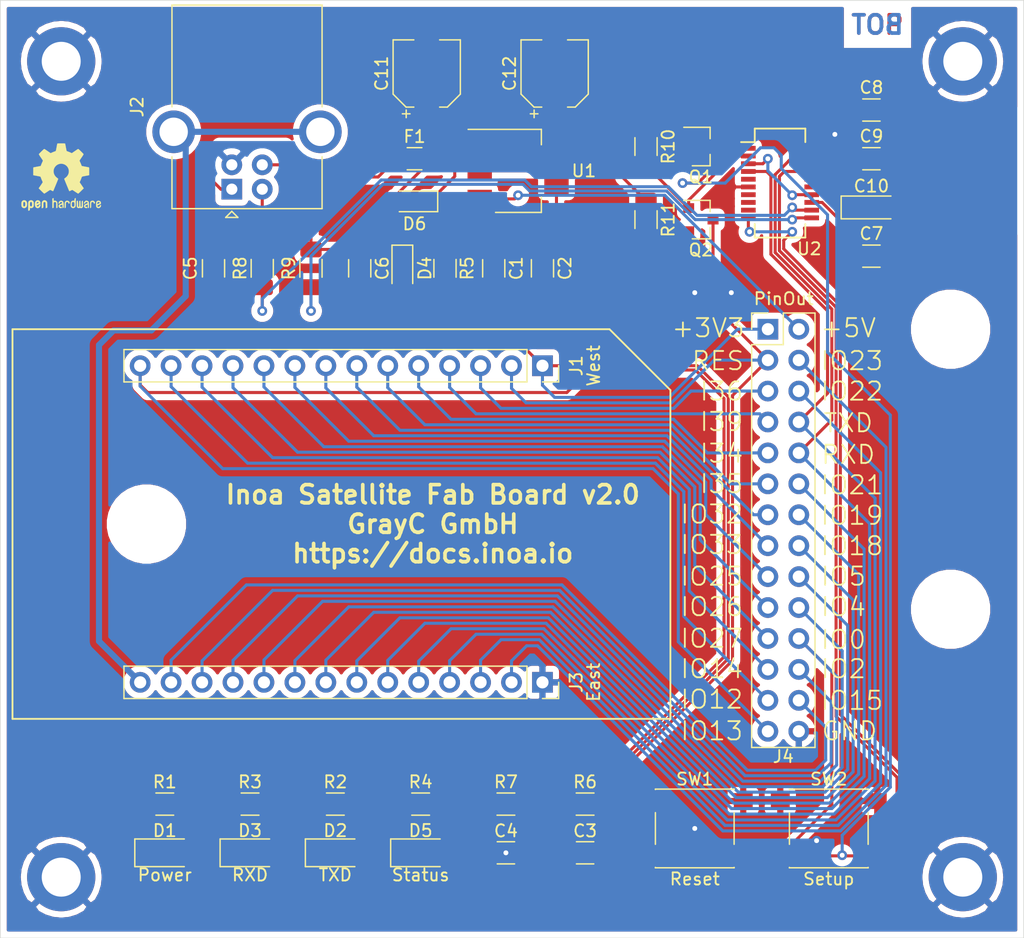
<source format=kicad_pcb>
(kicad_pcb (version 20211014) (generator pcbnew)
  (layers (0 "F.Cu" signal) (31 "B.Cu" signal) (34 "B.Paste" user) (35 "F.Paste" user) (36 "B.SilkS" user "B.Silkscreen") (37 "F.SilkS" user "F.Silkscreen") (38 "B.Mask" user) (39 "F.Mask" user) (44 "Edge.Cuts" user))
  (net 0 "")
  (net 1 "GND")
  (net 2 "+3V3")
  (net 3 "VBUS")
  (net 4 "+5V")
  (net 5 "Net-(D3-Pad2)")
  (net 6 "IO15")
  (net 7 "IO2")
  (net 8 "IO0")
  (net 9 "IO4")
  (net 10 "IO5")
  (net 11 "IO18")
  (net 12 "IO19")
  (net 13 "IO21")
  (net 14 "U0RXD")
  (net 15 "U0TXD")
  (net 16 "IO22")
  (net 17 "IO23")
  (net 18 "IO13")
  (net 19 "IO12")
  (net 20 "IO14")
  (net 21 "IO27")
  (net 22 "IO26")
  (net 23 "IO25")
  (net 24 "IO33")
  (net 25 "IO32")
  (net 26 "I35")
  (net 27 "I34")
  (net 28 "I39")
  (net 29 "I36")
  (net 30 "Chip_PU")
  (net 31 "TX_LED")
  (net 32 "RX_LED")
  (net 33 "USB_DP")
  (net 34 "FT_~{DTR}")
  (net 35 "FT_~{RTS}")
  (net 36 "USB_DM")
  (net 37 "GNDPWR")
  (net 38 "Net-(C7-Pad1)")
  (net 39 "Net-(D1-Pad2)")
  (net 40 "Net-(D2-Pad2)")
  (net 41 "Net-(D4-Pad1)")
  (net 42 "Net-(D5-Pad2)")
  (net 43 "Net-(Q1-Pad2)")
  (net 44 "Net-(Q2-Pad2)")
  (net 45 "Net-(R8-Pad1)")
  (net 46 "Net-(R9-Pad1)")
  (net 47 "Net-(U2-Pad19)")
  (net 48 "Net-(U2-Pad18)")
  (net 49 "Net-(U2-Pad9)")
  (net 50 "Net-(U2-Pad8)")
  (net 51 "Net-(U2-Pad7)")
  (net 52 "Net-(U2-Pad5)")
  (footprint "Package_SO:SSOP-20_3.9x8.7mm_P0.635mm" (layer "F.Cu") (at 114 65)
    (fp_text reference "U2")
    (fp_text value "FT231XS")
  )
  (footprint "Package_TO_SOT_SMD:SOT-223-3_TabPin2" (layer "F.Cu") (at 92.5 64)
    (fp_text reference "U1")
    (fp_text value "LD1117S33")
  )
  (footprint "MountingHole:MountingHole_3.2mm_M3_DIN965_Pad" (layer "F.Cu") (at 55 122)
    (fp_text reference "H3" hide)
    (fp_text value "MountingHole_Pad" hide)
  )
  (footprint "MountingHole:MountingHole_3.2mm_M3_DIN965_Pad" (layer "F.Cu") (at 129 55)
    (fp_text reference "H5" hide)
    (fp_text value "MountingHole_Pad" hide)
  )
  (footprint "MountingHole:MountingHole_3.2mm_M3_DIN965_Pad" (layer "F.Cu") (at 129 122)
    (fp_text reference "H7" hide)
    (fp_text value "MountingHole_Pad" hide)
  )
  (footprint "MountingHole:MountingHole_3.2mm_M3_DIN965_Pad" (layer "F.Cu") (at 55 55)
    (fp_text reference "H2" hide)
    (fp_text value "MountingHole_Pad" hide)
  )
  (footprint "LED_SMD:LED_1206_3216Metric_Pad1.42x1.75mm_HandSolder" (layer "F.Cu") (at 63.5 120)
    (fp_text reference "D1")
    (fp_text value "Power")
  )
  (footprint "Resistor_SMD:R_1206_3216Metric_Pad1.30x1.75mm_HandSolder" (layer "F.Cu") (at 63.5 116)
    (fp_text reference "R1")
    (fp_text value "220R")
  )
  (footprint "Button_Switch_SMD:SW_SPST_PTS645" (layer "F.Cu") (at 107 118)
    (fp_text reference "SW1")
    (fp_text value "Reset")
  )
  (footprint "Button_Switch_SMD:SW_SPST_PTS645" (layer "F.Cu") (at 118 118)
    (fp_text reference "SW2")
    (fp_text value "Setup")
  )
  (footprint "Connector_PinSocket_2.54mm:PinSocket_1x14_P2.54mm_Vertical" (layer "F.Cu") (at 94.5 106 -90)
    (fp_text reference "J3")
    (fp_text value "East")
  )
  (footprint "LED_SMD:LED_1206_3216Metric_Pad1.42x1.75mm_HandSolder" (layer "F.Cu") (at 70.5 120)
    (fp_text reference "D3")
    (fp_text value "RXD")
  )
  (footprint "LED_SMD:LED_1206_3216Metric_Pad1.42x1.75mm_HandSolder" (layer "F.Cu") (at 77.5 120)
    (fp_text reference "D2")
    (fp_text value "TXD")
  )
  (footprint "LED_SMD:LED_1206_3216Metric_Pad1.42x1.75mm_HandSolder" (layer "F.Cu") (at 84.5 120)
    (fp_text reference "D5")
    (fp_text value "Status")
  )
  (footprint "Resistor_SMD:R_1206_3216Metric_Pad1.30x1.75mm_HandSolder" (layer "F.Cu") (at 77.5 116)
    (fp_text reference "R2")
    (fp_text value "220R")
  )
  (footprint "Resistor_SMD:R_1206_3216Metric_Pad1.30x1.75mm_HandSolder" (layer "F.Cu") (at 70.5 116)
    (fp_text reference "R3")
    (fp_text value "220R")
  )
  (footprint "Resistor_SMD:R_1206_3216Metric_Pad1.30x1.75mm_HandSolder" (layer "F.Cu") (at 84.5 116)
    (fp_text reference "R4")
    (fp_text value "220R")
  )
  (footprint "Connector_PinSocket_2.54mm:PinSocket_1x14_P2.54mm_Vertical" (layer "F.Cu") (at 94.5 80 -90)
    (fp_text reference "J1")
    (fp_text value "West")
  )
  (footprint "Package_TO_SOT_SMD:SOT-23" (layer "F.Cu") (at 107.5 62)
    (fp_text reference "Q1")
    (fp_text value "S8050")
  )
  (footprint "Package_TO_SOT_SMD:SOT-23" (layer "F.Cu") (at 107.5 68)
    (fp_text reference "Q2")
    (fp_text value "S8050")
  )
  (footprint "Diode_SMD:D_SOD-323_HandSoldering" (layer "F.Cu") (at 84 66.5 180)
    (fp_text reference "D6")
    (fp_text value "1N5819")
  )
  (footprint "Connector_PinHeader_2.54mm:PinHeader_2x14_P2.54mm_Vertical" (layer "F.Cu") (at 113 77)
    (fp_text reference "J4")
    (fp_text value "PinOut")
  )
  (footprint "Capacitor_SMD:C_1206_3216Metric_Pad1.33x1.80mm_HandSolder" (layer "F.Cu") (at 90.5 72 -90)
    (fp_text reference "C1")
    (fp_text value "100nF")
  )
  (footprint "Capacitor_SMD:C_1206_3216Metric_Pad1.33x1.80mm_HandSolder" (layer "F.Cu") (at 94.5 72 -90)
    (fp_text reference "C2")
    (fp_text value "10uF")
  )
  (footprint "Fuse:Fuse_1206_3216Metric_Pad1.42x1.75mm_HandSolder" (layer "F.Cu") (at 84 63)
    (fp_text reference "F1")
    (fp_text value "6V/800mA")
  )
  (footprint "Resistor_SMD:R_1206_3216Metric_Pad1.30x1.75mm_HandSolder" (layer "F.Cu") (at 86.5 72 -90)
    (fp_text reference "R5")
    (fp_text value "10k")
  )
  (footprint "Diode_SMD:D_SOD-323_HandSoldering" (layer "F.Cu") (at 83 72 -90)
    (fp_text reference "D4")
    (fp_text value "BZT52C6V2")
  )
  (footprint "Capacitor_SMD:C_1206_3216Metric_Pad1.33x1.80mm_HandSolder" (layer "F.Cu") (at 67.5 72 -90)
    (fp_text reference "C5")
    (fp_text value "47pF")
  )
  (footprint "Capacitor_SMD:C_1206_3216Metric_Pad1.33x1.80mm_HandSolder" (layer "F.Cu") (at 98 120 180)
    (fp_text reference "C3")
    (fp_text value "1nF")
  )
  (footprint "Capacitor_SMD:C_1206_3216Metric_Pad1.33x1.80mm_HandSolder" (layer "F.Cu") (at 91.5 120 180)
    (fp_text reference "C4")
    (fp_text value "1nF")
  )
  (footprint "Capacitor_SMD:C_1206_3216Metric_Pad1.33x1.80mm_HandSolder" (layer "F.Cu") (at 121.5 59)
    (fp_text reference "C8")
    (fp_text value "100nF")
  )
  (footprint "Capacitor_SMD:C_1206_3216Metric_Pad1.33x1.80mm_HandSolder" (layer "F.Cu") (at 121.5 63)
    (fp_text reference "C9")
    (fp_text value "100nF")
  )
  (footprint "Resistor_SMD:R_1206_3216Metric_Pad1.30x1.75mm_HandSolder" (layer "F.Cu") (at 71.5 72 90)
    (fp_text reference "R8")
    (fp_text value "27R")
  )
  (footprint "Resistor_SMD:R_1206_3216Metric_Pad1.30x1.75mm_HandSolder" (layer "F.Cu") (at 75.5 72 90)
    (fp_text reference "R9")
    (fp_text value "27R")
  )
  (footprint "Resistor_SMD:R_1206_3216Metric_Pad1.30x1.75mm_HandSolder" (layer "F.Cu") (at 98 116)
    (fp_text reference "R6")
    (fp_text value "10k")
  )
  (footprint "Resistor_SMD:R_1206_3216Metric_Pad1.30x1.75mm_HandSolder" (layer "F.Cu") (at 91.5 116)
    (fp_text reference "R7")
    (fp_text value "10k")
  )
  (footprint "Resistor_SMD:R_1206_3216Metric_Pad1.30x1.75mm_HandSolder" (layer "F.Cu") (at 103 62 -90)
    (fp_text reference "R10")
    (fp_text value "10k")
  )
  (footprint "Resistor_SMD:R_1206_3216Metric_Pad1.30x1.75mm_HandSolder" (layer "F.Cu") (at 103 68 -90)
    (fp_text reference "R11")
    (fp_text value "10k")
  )
  (footprint "MountingHole:MountingHole_5.5mm" (layer "F.Cu") (at 62 93)
    (fp_text reference "H1" hide)
    (fp_text value "WiFi Cable" hide)
  )
  (footprint "MountingHole:MountingHole_5.5mm" (layer "F.Cu") (at 128 77)
    (fp_text reference "H6" hide)
    (fp_text value "Antenna" hide)
  )
  (footprint "Capacitor_SMD:C_1206_3216Metric_Pad1.33x1.80mm_HandSolder" (layer "F.Cu") (at 79.5 72 -90)
    (fp_text reference "C6")
    (fp_text value "47pF")
  )
  (footprint "Capacitor_SMD:C_1206_3216Metric_Pad1.33x1.80mm_HandSolder" (layer "F.Cu") (at 121.5 71)
    (fp_text reference "C7")
    (fp_text value "100nF")
  )
  (footprint "Connector_USB:USB_B_OST_USB-B1HSxx_Horizontal" (layer "F.Cu") (at 69 65.5 90)
    (fp_text reference "J2")
    (fp_text value "USB_B")
  )
  (footprint "MountingHole:MountingHole_5.5mm" (layer "F.Cu") (at 128 100)
    (fp_text reference "H4" hide)
    (fp_text value "Antenna" hide)
  )
  (footprint "Symbol:OSHW-Logo2_7.3x6mm_SilkScreen" (layer "F.Cu") (at 55 64.5)
    (fp_text reference "LOGO1" hide)
    (fp_text value "Logo_Open_Hardware_Small" hide)
  )
  (footprint "images:grayc-logo-negative" (layer "F.Cu") (at 55 71)
    (fp_text reference "LOGO2" hide)
    (fp_text value "LOGO" hide)
  )
  (footprint "Capacitor_Tantalum_SMD:CP_EIA-3216-18_Kemet-A_Pad1.58x1.35mm_HandSolder" (layer "F.Cu") (at 121.5 67)
    (fp_text reference "C10")
    (fp_text value "4u7")
  )
  (footprint "Capacitor_SMD:CP_Elec_5x5.3" (layer "F.Cu") (at 95.5 56 90)
    (fp_text reference "C12")
    (fp_text value "47uF")
  )
  (footprint "Capacitor_SMD:CP_Elec_5x5.3" (layer "F.Cu") (at 85 56 90)
    (fp_text reference "C11")
    (fp_text value "100uF")
  )
  (gr_line (start 51 109) (end 51 77) (layer "F.SilkS") (width 0.15))
  (gr_line (start 100 77) (end 105 82) (layer "F.SilkS") (width 0.15))
  (gr_line (start 105 109) (end 51 109) (layer "F.SilkS") (width 0.15))
  (gr_line (start 105 82) (end 105 109) (layer "F.SilkS") (width 0.15))
  (gr_line (start 51 77) (end 100 77) (layer "F.SilkS") (width 0.15))
  (gr_line (start 50 127) (end 50 50) (layer "Edge.Cuts") (width 0.05))
  (gr_line (start 134 50) (end 134 127) (layer "Edge.Cuts") (width 0.05))
  (gr_line (start 50 50) (end 134 50) (layer "Edge.Cuts") (width 0.05))
  (gr_line (start 134 127) (end 50 127) (layer "Edge.Cuts") (width 0.05))
  (gr_text "TOP" (at 122 52) (layer "F.Cu") (effects (font (size 1.5 1.5) (thickness 0.3))))
  (gr_text "SR-FB-020" (at 132 64 90) (layer "F.Cu") (effects (font (size 1 1))))
  (gr_text "BOT" (at 122 52) (layer "B.Cu") (effects (font (size 1.5 1.5) (thickness 0.3)) (justify mirror)))
  (gr_text "TXD" (at 119.6 84.7) (layer "F.SilkS") (effects (font (size 1.5 1.5))))
  (gr_text "RXD" (at 119.6 87.3) (layer "F.SilkS") (effects (font (size 1.5 1.5))))
  (gr_text "IO21" (at 119.9 89.8) (layer "F.SilkS") (effects (font (size 1.5 1.5))))
  (gr_text "IO19" (at 119.9 92.3) (layer "F.SilkS") (effects (font (size 1.5 1.5))))
  (gr_text "IO18" (at 119.9 94.8) (layer "F.SilkS") (effects (font (size 1.5 1.5))))
  (gr_text "IO5" (at 119.2 97.3) (layer "F.SilkS") (effects (font (size 1.5 1.5))))
  (gr_text "IO4" (at 119.2 99.8) (layer "F.SilkS") (effects (font (size 1.5 1.5))))
  (gr_text "IO0" (at 119.2 102.5) (layer "F.SilkS") (effects (font (size 1.5 1.5))))
  (gr_text "IO2" (at 119.2 104.9) (layer "F.SilkS") (effects (font (size 1.5 1.5))))
  (gr_text "IO15" (at 119.9 107.5) (layer "F.SilkS") (effects (font (size 1.5 1.5))))
  (gr_text "GND" (at 119.7 110) (layer "F.SilkS") (effects (font (size 1.5 1.5))))
  (gr_text "+3V3" (at 108.1 76.9) (layer "F.SilkS") (effects (font (size 1.5 1.5))))
  (gr_text "RES" (at 108.9 79.6) (layer "F.SilkS") (effects (font (size 1.5 1.5))))
  (gr_text "I36" (at 109.2 82.1) (layer "F.SilkS") (effects (font (size 1.5 1.5))))
  (gr_text "I39" (at 109.2 84.6) (layer "F.SilkS") (effects (font (size 1.5 1.5))))
  (gr_text "I34" (at 109.2 87.2) (layer "F.SilkS") (effects (font (size 1.5 1.5))))
  (gr_text "I35" (at 109.2 89.7) (layer "F.SilkS") (effects (font (size 1.5 1.5))))
  (gr_text "IO32" (at 108.4 92.2) (layer "F.SilkS") (effects (font (size 1.5 1.5))))
  (gr_text "IO33" (at 108.4 94.7) (layer "F.SilkS") (effects (font (size 1.5 1.5))))
  (gr_text "IO25" (at 108.4 97.3) (layer "F.SilkS") (effects (font (size 1.5 1.5))))
  (gr_text "IO26" (at 108.4 99.8) (layer "F.SilkS") (effects (font (size 1.5 1.5))))
  (gr_text "IO27" (at 108.4 102.4) (layer "F.SilkS") (effects (font (size 1.5 1.5))))
  (gr_text "IO14" (at 108.4 104.9) (layer "F.SilkS") (effects (font (size 1.5 1.5))))
  (gr_text "IO12" (at 108.4 107.4) (layer "F.SilkS") (effects (font (size 1.5 1.5))))
  (gr_text "IO13" (at 108.4 110) (layer "F.SilkS") (effects (font (size 1.5 1.5))))
  (gr_text "+5V" (at 119.6 76.9) (layer "F.SilkS") (effects (font (size 1.5 1.5))))
  (gr_text "IO23" (at 119.9 79.6) (layer "F.SilkS") (effects (font (size 1.5 1.5))))
  (gr_text "Inoa Satellite Fab Board v2.0\nGrayC GmbH\nhttps://docs.inoa.io" (at 85.5 93) (layer "F.SilkS") (effects (font (size 1.5 1.5) (thickness 0.3))))
  (gr_text "IO22" (at 119.9 82.1) (layer "F.SilkS") (effects (font (size 1.5 1.5))))
  (segment (start 118.5 64.165) (end 117.9825 64.6825) (width 0.25) (layer "F.Cu") (net 1))
  (segment (start 111.4 65.3175) (end 110.1175 65.3175) (width 0.25) (layer "F.Cu") (net 1))
  (segment (start 116.6 64.6825) (end 117.9825 64.6825) (width 0.25) (layer "F.Cu") (net 1))
  (segment (start 118.5 61) (end 118.5 64.165) (width 0.25) (layer "F.Cu") (net 1))
  (via (at 118.5 61) (size 0.8) (drill 0.4) (layers "F.Cu" "B.Cu") (net 1))
  (via (at 107 118) (size 0.8) (drill 0.4) (layers "F.Cu" "B.Cu") (net 1))
  (via (at 117 119) (size 0.8) (drill 0.4) (layers "F.Cu" "B.Cu") (net 1))
  (via (at 107 74) (size 0.8) (drill 0.4) (layers "F.Cu" "B.Cu") (net 1))
  (via (at 110 74) (size 0.8) (drill 0.4) (layers "F.Cu" "B.Cu") (net 1))
  (via (at 91.5 120) (size 0.8) (drill 0.4) (layers "F.Cu" "B.Cu") (net 1))
  (segment (start 95.1 113) (end 100.805012 113) (width 0.25) (layer "F.Cu") (net 2))
  (segment (start 80.2 121.4) (end 80.2 113.8) (width 0.25) (layer "F.Cu") (net 2))
  (segment (start 119.2825 65.3175) (end 119.9375 64.6625) (width 0.25) (layer "F.Cu") (net 2))
  (segment (start 109.74999 82.54999) (end 107.2 80) (width 0.25) (layer "F.Cu") (net 2))
  (segment (start 120.0625 67) (end 120.0625 66.0975) (width 0.25) (layer "F.Cu") (net 2))
  (segment (start 80.2 113.8) (end 79.4 113) (width 0.25) (layer "F.Cu") (net 2))
  (segment (start 89.95 116) (end 89.95 114.35) (width 0.25) (layer "F.Cu") (net 2))
  (segment (start 94.5 70.4375) (end 94.3625 70.4375) (width 0.25) (layer "F.Cu") (net 2))
  (segment (start 89.35 64) (end 95.65 64) (width 0.25) (layer "F.Cu") (net 2))
  (segment (start 92.5 78) (end 94.5 80) (width 0.25) (layer "F.Cu") (net 2))
  (segment (start 95.1 113) (end 96.45 114.35) (width 0.25) (layer "F.Cu") (net 2))
  (segment (start 101.455022 58.74999) (end 119.68749 58.74999) (width 0.25) (layer "F.Cu") (net 2))
  (segment (start 88.1 122.3) (end 87.2 123.2) (width 0.25) (layer "F.Cu") (net 2))
  (segment (start 95.65 64) (end 99.9 64) (width 0.25) (layer "F.Cu") (net 2))
  (segment (start 87.2 123.2) (end 82 123.2) (width 0.25) (layer "F.Cu") (net 2))
  (segment (start 100.805012 113) (end 109.74999 104.055022) (width 0.25) (layer "F.Cu") (net 2))
  (segment (start 100.74999 59.455022) (end 101.455022 58.74999) (width 0.25) (layer "F.Cu") (net 2))
  (segment (start 107.2 80) (end 94.5 80) (width 0.25) (layer "F.Cu") (net 2))
  (segment (start 70.1 113) (end 70.4 113) (width 0.25) (layer "F.Cu") (net 2))
  (segment (start 63.1 113) (end 70.1 113) (width 0.25) (layer "F.Cu") (net 2))
  (segment (start 91.3 113) (end 95.1 113) (width 0.25) (layer "F.Cu") (net 2))
  (segment (start 109.74999 104.055022) (end 109.74999 82.54999) (width 0.25) (layer "F.Cu") (net 2))
  (segment (start 96.45 114.35) (end 96.45 116) (width 0.25) (layer "F.Cu") (net 2))
  (segment (start 61.95 114.15) (end 63.1 113) (width 0.25) (layer "F.Cu") (net 2))
  (segment (start 75.95 116) (end 75.95 114.45) (width 0.25) (layer "F.Cu") (net 2))
  (segment (start 100.74999 63.15001) (end 100.74999 59.455022) (width 0.25) (layer "F.Cu") (net 2))
  (segment (start 82 123.2) (end 80.2 121.4) (width 0.25) (layer "F.Cu") (net 2))
  (segment (start 95.5 58.2) (end 95.5 63.85) (width 0.25) (layer "F.Cu") (net 2))
  (segment (start 95.65 64) (end 95.65 69.2875) (width 0.25) (layer "F.Cu") (net 2))
  (segment (start 95.5 63.85) (end 95.65 64) (width 0.25) (layer "F.Cu") (net 2))
  (segment (start 68.95 114.45) (end 70.4 113) (width 0.25) (layer "F.Cu") (net 2))
  (segment (start 75.95 114.45) (end 77.4 113) (width 0.25) (layer "F.Cu") (net 2))
  (segment (start 119.68749 58.74999) (end 119.9375 59) (width 0.25) (layer "F.Cu") (net 2))
  (segment (start 95.65 69.2875) (end 94.5 70.4375) (width 0.25) (layer "F.Cu") (net 2))
  (segment (start 61.95 116) (end 61.95 114.15) (width 0.25) (layer "F.Cu") (net 2))
  (segment (start 89.95 114.35) (end 91.3 113) (width 0.25) (layer "F.Cu") (net 2))
  (segment (start 99.9 64) (end 100.74999 63.15001) (width 0.25) (layer "F.Cu") (net 2))
  (segment (start 119.525 66.5875) (end 119.9375 67) (width 0.25) (layer "F.Cu") (net 2))
  (segment (start 116.6 65.3175) (end 119.2825 65.3175) (width 0.25) (layer "F.Cu") (net 2))
  (segment (start 77.4 113) (end 70.1 113) (width 0.25) (layer "F.Cu") (net 2))
  (segment (start 92.5 72.3) (end 92.5 78) (width 0.25) (layer "F.Cu") (net 2))
  (segment (start 68.95 116) (end 68.95 114.45) (width 0.25) (layer "F.Cu") (net 2))
  (segment (start 120.0625 66.0975) (end 119.2825 65.3175) (width 0.25) (layer "F.Cu") (net 2))
  (segment (start 88.1 117) (end 88.1 122.3) (width 0.25) (layer "F.Cu") (net 2))
  (segment (start 89.1 116) (end 88.1 117) (width 0.25) (layer "F.Cu") (net 2))
  (segment (start 79.4 113) (end 77.4 113) (width 0.25) (layer "F.Cu") (net 2))
  (segment (start 119.9375 64.6625) (end 119.9375 63) (width 0.25) (layer "F.Cu") (net 2))
  (segment (start 89.95 116) (end 89.1 116) (width 0.25) (layer "F.Cu") (net 2))
  (segment (start 94.3625 70.4375) (end 92.5 72.3) (width 0.25) (layer "F.Cu") (net 2))
  (segment (start 119.9375 59) (end 119.9375 63) (width 0.25) (layer "F.Cu") (net 2))
  (segment (start 110.5 77) (end 113 77) (width 0.25) (layer "B.Cu") (net 2))
  (segment (start 95.5 82.6) (end 104.9 82.6) (width 0.25) (layer "B.Cu") (net 2))
  (segment (start 104.9 82.6) (end 110.5 77) (width 0.25) (layer "B.Cu") (net 2))
  (segment (start 94.5 81.6) (end 95.5 82.6) (width 0.25) (layer "B.Cu") (net 2))
  (segment (start 94.5 80) (end 94.5 81.6) (width 0.25) (layer "B.Cu") (net 2))
  (segment (start 76 64.5) (end 81.0125 64.5) (width 0.25) (layer "F.Cu") (net 3))
  (segment (start 81.0125 64.5) (end 82.5125 63) (width 0.25) (layer "F.Cu") (net 3))
  (segment (start 73.4 61.9) (end 76 64.5) (width 0.25) (layer "F.Cu") (net 3))
  (segment (start 68 61.9) (end 73.4 61.9) (width 0.25) (layer "F.Cu") (net 3))
  (segment (start 67.2 62.7) (end 68 61.9) (width 0.25) (layer "F.Cu") (net 3))
  (segment (start 67.2 64.6) (end 67.2 62.7) (width 0.25) (layer "F.Cu") (net 3))
  (segment (start 68.1 65.5) (end 67.2 64.6) (width 0.25) (layer "F.Cu") (net 3))
  (segment (start 69 65.5) (end 68.1 65.5) (width 0.25) (layer "F.Cu") (net 3))
  (segment (start 87.3 60.5) (end 85 58.2) (width 0.25) (layer "F.Cu") (net 4))
  (segment (start 89.35 69.2875) (end 90.5 70.4375) (width 0.25) (layer "F.Cu") (net 4))
  (segment (start 85.25 66.5) (end 87.3 64.45) (width 0.25) (layer "F.Cu") (net 4))
  (segment (start 89.35 66.3) (end 92.2 66.3) (width 0.25) (layer "F.Cu") (net 4))
  (segment (start 89.15 66.5) (end 89.35 66.3) (width 0.25) (layer "F.Cu") (net 4))
  (segment (start 87.3 64.45) (end 87.3 60.5) (width 0.25) (layer "F.Cu") (net 4))
  (segment (start 85.25 66.5) (end 89.15 66.5) (width 0.25) (layer "F.Cu") (net 4))
  (segment (start 89.35 66.3) (end 89.35 69.2875) (width 0.25) (layer "F.Cu") (net 4))
  (segment (start 92.2 66.3) (end 92.5 66) (width 0.25) (layer "F.Cu") (net 4))
  (via (at 92.5 66) (size 0.8) (drill 0.4) (layers "F.Cu" "B.Cu") (net 4))
  (segment (start 104.54 66) (end 115.54 77) (width 0.25) (layer "B.Cu") (net 4))
  (segment (start 92.5 66) (end 104.54 66) (width 0.25) (layer "B.Cu") (net 4))
  (segment (start 72.05 119.9375) (end 71.9875 120) (width 0.25) (layer "F.Cu") (net 5))
  (segment (start 72.05 116) (end 72.05 119.9375) (width 0.25) (layer "F.Cu") (net 5))
  (segment (start 117.750009 112.386401) (end 117.75001 109.69001) (width 0.25) (layer "B.Cu") (net 6))
  (segment (start 116.918205 113.218205) (end 117.750009 112.386401) (width 0.25) (layer "B.Cu") (net 6))
  (segment (start 64.02 106) (end 64.02 104.18) (width 0.25) (layer "B.Cu") (net 6))
  (segment (start 111.318205 113.218205) (end 116.918205 113.218205) (width 0.25) (layer "B.Cu") (net 6))
  (segment (start 70.2 98) (end 96.1 98) (width 0.25) (layer "B.Cu") (net 6))
  (segment (start 117.75001 109.69001) (end 115.54 107.48) (width 0.25) (layer "B.Cu") (net 6))
  (segment (start 64.02 104.18) (end 70.2 98) (width 0.25) (layer "B.Cu") (net 6))
  (segment (start 96.1 98) (end 111.318205 113.218205) (width 0.25) (layer "B.Cu") (net 6))
  (segment (start 117.104605 113.668215) (end 117.77282 113) (width 0.25) (layer "B.Cu") (net 7))
  (segment (start 117.77282 113) (end 117.8 113) (width 0.25) (layer "B.Cu") (net 7))
  (segment (start 95.9136 98.45001) (end 111.131804 113.668214) (width 0.25) (layer "B.Cu") (net 7))
  (segment (start 118.200018 107.600018) (end 115.54 104.94) (width 0.25) (layer "B.Cu") (net 7))
  (segment (start 72.34999 98.45001) (end 95.9136 98.45001) (width 0.25) (layer "B.Cu") (net 7))
  (segment (start 118.200018 112.599982) (end 118.200018 107.600018) (width 0.25) (layer "B.Cu") (net 7))
  (segment (start 66.56 106) (end 66.56 104.24) (width 0.25) (layer "B.Cu") (net 7))
  (segment (start 66.56 104.24) (end 72.34999 98.45001) (width 0.25) (layer "B.Cu") (net 7))
  (segment (start 117.8 113) (end 118.200018 112.599982) (width 0.25) (layer "B.Cu") (net 7))
  (segment (start 111.131804 113.668214) (end 117.104605 113.668215) (width 0.25) (layer "B.Cu") (net 7))
  (segment (start 108.5 63.76359) (end 107.56359 64.7) (width 0.25) (layer "F.Cu") (net 8))
  (segment (start 111.07 123.2) (end 114.02 120.25) (width 0.25) (layer "F.Cu") (net 8))
  (segment (start 93.0625 116.0125) (end 93.05 116) (width 0.25) (layer "F.Cu") (net 8))
  (segment (start 118.25001 116.01999) (end 114.02 120.25) (width 0.25) (layer "F.Cu") (net 8))
  (segment (start 93.0625 120) (end 93.0625 120.8625) (width 0.25) (layer "F.Cu") (net 8))
  (segment (start 114.02 120.25) (end 121.98 120.25) (width 0.25) (layer "F.Cu") (net 8))
  (segment (start 115.54 102.4) (end 118.25001 105.11001) (width 0.25) (layer "F.Cu") (net 8))
  (segment (start 107.26359 65) (end 107.56359 64.7) (width 0.25) (layer "F.Cu") (net 8))
  (segment (start 106 65) (end 107.26359 65) (width 0.25) (layer "F.Cu") (net 8))
  (segment (start 93.0625 120.8625) (end 95.4 123.2) (width 0.25) (layer "F.Cu") (net 8))
  (segment (start 95.4 123.2) (end 111.07 123.2) (width 0.25) (layer "F.Cu") (net 8))
  (segment (start 108.5 62) (end 108.5 63.76359) (width 0.25) (layer "F.Cu") (net 8))
  (segment (start 93.0625 120) (end 93.0625 116.0125) (width 0.25) (layer "F.Cu") (net 8))
  (segment (start 118.25001 105.11001) (end 118.25001 116.01999) (width 0.25) (layer "F.Cu") (net 8))
  (via (at 119.1 120.2) (size 0.8) (drill 0.4) (layers "F.Cu" "B.Cu") (net 8))
  (via (at 106 65) (size 0.8) (drill 0.4) (layers "F.Cu" "B.Cu") (net 8))
  (segment (start 119.1 120.2) (end 119.1 120.2) (width 0.25) (layer "B.Cu") (net 8))
  (segment (start 112.4 62.1) (end 113.5 62.1) (width 0.25) (layer "B.Cu") (net 8))
  (segment (start 123.050124 84.050124) (end 123.050124 114.608963) (width 0.25) (layer "B.Cu") (net 8))
  (segment (start 95.7272 98.90002) (end 110.945403 114.118223) (width 0.25) (layer "B.Cu") (net 8))
  (segment (start 114.1 63.8) (end 117.9 67.6) (width 0.25) (layer "B.Cu") (net 8))
  (segment (start 113.5 62.1) (end 114.1 62.7) (width 0.25) (layer "B.Cu") (net 8))
  (segment (start 69.1 106) (end 69.1 104.2) (width 0.25) (layer "B.Cu") (net 8))
  (segment (start 118.650027 112.786383) (end 118.650027 105.510027) (width 0.25) (layer "B.Cu") (net 8))
  (segment (start 106 65) (end 109.5 65) (width 0.25) (layer "B.Cu") (net 8))
  (segment (start 110.945403 114.118223) (end 117.318186 114.118224) (width 0.25) (layer "B.Cu") (net 8))
  (segment (start 74.39998 98.90002) (end 95.7272 98.90002) (width 0.25) (layer "B.Cu") (net 8))
  (segment (start 119.1 118.559087) (end 119.1 120.2) (width 0.25) (layer "B.Cu") (net 8))
  (segment (start 117.9 67.6) (end 117.9 78.9) (width 0.25) (layer "B.Cu") (net 8))
  (segment (start 114.1 62.7) (end 114.1 63.8) (width 0.25) (layer "B.Cu") (net 8))
  (segment (start 118.650027 105.510027) (end 115.54 102.4) (width 0.25) (layer "B.Cu") (net 8))
  (segment (start 109.5 65) (end 112.4 62.1) (width 0.25) (layer "B.Cu") (net 8))
  (segment (start 123.050124 114.608963) (end 123.050122 114.608965) (width 0.25) (layer "B.Cu") (net 8))
  (segment (start 117.318186 114.118224) (end 118.650027 112.786383) (width 0.25) (layer "B.Cu") (net 8))
  (segment (start 69.1 104.2) (end 74.39998 98.90002) (width 0.25) (layer "B.Cu") (net 8))
  (segment (start 123.050122 114.608965) (end 119.1 118.559087) (width 0.25) (layer "B.Cu") (net 8))
  (segment (start 117.9 78.9) (end 123.050124 84.050124) (width 0.25) (layer "B.Cu") (net 8))
  (segment (start 110.759002 114.568232) (end 117.504585 114.568233) (width 0.25) (layer "B.Cu") (net 9))
  (segment (start 119.100036 103.420036) (end 115.54 99.86) (width 0.25) (layer "B.Cu") (net 9))
  (segment (start 95.5408 99.35003) (end 110.759002 114.568232) (width 0.25) (layer "B.Cu") (net 9))
  (segment (start 119.100036 112.972784) (end 119.100036 103.420036) (width 0.25) (layer "B.Cu") (net 9))
  (segment (start 71.64 106) (end 71.64 104.16) (width 0.25) (layer "B.Cu") (net 9))
  (segment (start 76.44997 99.35003) (end 95.5408 99.35003) (width 0.25) (layer "B.Cu") (net 9))
  (segment (start 117.504585 114.568233) (end 119.100036 112.972784) (width 0.25) (layer "B.Cu") (net 9))
  (segment (start 71.64 104.16) (end 76.44997 99.35003) (width 0.25) (layer "B.Cu") (net 9))
  (segment (start 110.572603 115.018241) (end 117.690985 115.018242) (width 0.25) (layer "B.Cu") (net 10))
  (segment (start 74.18 106) (end 74.18 104.22) (width 0.25) (layer "B.Cu") (net 10))
  (segment (start 74.18 104.22) (end 78.59996 99.80004) (width 0.25) (layer "B.Cu") (net 10))
  (segment (start 117.690985 115.018242) (end 119.550046 113.159184) (width 0.25) (layer "B.Cu") (net 10))
  (segment (start 119.550046 113.159184) (end 119.550046 101.330046) (width 0.25) (layer "B.Cu") (net 10))
  (segment (start 119.550046 101.330046) (end 115.54 97.32) (width 0.25) (layer "B.Cu") (net 10))
  (segment (start 95.3544 99.80004) (end 110.572603 115.018241) (width 0.25) (layer "B.Cu") (net 10))
  (segment (start 78.59996 99.80004) (end 95.3544 99.80004) (width 0.25) (layer "B.Cu") (net 10))
  (segment (start 76.72 106) (end 76.72 104.18) (width 0.25) (layer "B.Cu") (net 11))
  (segment (start 95.168001 100.25005) (end 110.386204 115.46825) (width 0.25) (layer "B.Cu") (net 11))
  (segment (start 120.000056 113.345584) (end 120.000056 99.240056) (width 0.25) (layer "B.Cu") (net 11))
  (segment (start 120.000056 99.240056) (end 115.54 94.78) (width 0.25) (layer "B.Cu") (net 11))
  (segment (start 110.386204 115.46825) (end 117.877385 115.468251) (width 0.25) (layer "B.Cu") (net 11))
  (segment (start 76.72 104.18) (end 80.64995 100.25005) (width 0.25) (layer "B.Cu") (net 11))
  (segment (start 117.877385 115.468251) (end 120.000056 113.345584) (width 0.25) (layer "B.Cu") (net 11))
  (segment (start 80.64995 100.25005) (end 95.168001 100.25005) (width 0.25) (layer "B.Cu") (net 11))
  (segment (start 94.981602 100.70006) (end 110.199805 115.918259) (width 0.25) (layer "B.Cu") (net 12))
  (segment (start 82.79994 100.70006) (end 94.981602 100.70006) (width 0.25) (layer "B.Cu") (net 12))
  (segment (start 79.26 104.24) (end 82.79994 100.70006) (width 0.25) (layer "B.Cu") (net 12))
  (segment (start 118.063785 115.91826) (end 120.450066 113.531984) (width 0.25) (layer "B.Cu") (net 12))
  (segment (start 110.199805 115.918259) (end 118.063785 115.91826) (width 0.25) (layer "B.Cu") (net 12))
  (segment (start 79.26 106) (end 79.26 104.24) (width 0.25) (layer "B.Cu") (net 12))
  (segment (start 120.450066 113.531984) (end 120.450066 97.150066) (width 0.25) (layer "B.Cu") (net 12))
  (segment (start 120.450066 97.150066) (end 115.54 92.24) (width 0.25) (layer "B.Cu") (net 12))
  (segment (start 120.900076 113.718384) (end 120.900076 95.060076) (width 0.25) (layer "B.Cu") (net 13))
  (segment (start 118.250185 116.368269) (end 120.900076 113.718384) (width 0.25) (layer "B.Cu") (net 13))
  (segment (start 81.8 106) (end 81.8 104.2) (width 0.25) (layer "B.Cu") (net 13))
  (segment (start 84.84993 101.15007) (end 94.795203 101.15007) (width 0.25) (layer "B.Cu") (net 13))
  (segment (start 110.013406 116.368268) (end 118.250185 116.368269) (width 0.25) (layer "B.Cu") (net 13))
  (segment (start 81.8 104.2) (end 84.84993 101.15007) (width 0.25) (layer "B.Cu") (net 13))
  (segment (start 120.900076 95.060076) (end 115.54 89.7) (width 0.25) (layer "B.Cu") (net 13))
  (segment (start 94.795203 101.15007) (end 110.013406 116.368268) (width 0.25) (layer "B.Cu") (net 13))
  (segment (start 115.75 62.1425) (end 114.7 63.1925) (width 0.25) (layer "F.Cu") (net 14))
  (segment (start 118.25001 84.44999) (end 115.54 87.16) (width 0.25) (layer "F.Cu") (net 14))
  (segment (start 113.6 70.7) (end 118.25001 75.35001) (width 0.25) (layer "F.Cu") (net 14))
  (segment (start 114.7 63.1925) (end 114.7 63.2) (width 0.25) (layer "F.Cu") (net 14))
  (segment (start 116.6 62.1425) (end 115.75 62.1425) (width 0.25) (layer "F.Cu") (net 14))
  (segment (start 118.25001 75.35001) (end 118.25001 84.44999) (width 0.25) (layer "F.Cu") (net 14))
  (segment (start 114.7 63.2) (end 113.6 64.3) (width 0.25) (layer "F.Cu") (net 14))
  (segment (start 113.6 64.3) (end 113.6 70.7) (width 0.25) (layer "F.Cu") (net 14))
  (segment (start 111 116.818278) (end 118.436585 116.818278) (width 0.25) (layer "B.Cu") (net 14))
  (segment (start 121.350084 92.970084) (end 115.54 87.16) (width 0.25) (layer "B.Cu") (net 14))
  (segment (start 121.350084 113.904785) (end 121.350084 92.970084) (width 0.25) (layer "B.Cu") (net 14))
  (segment (start 86.99992 101.60008) (end 94.608804 101.60008) (width 0.25) (layer "B.Cu") (net 14))
  (segment (start 109.827007 116.818277) (end 111 116.818278) (width 0.25) (layer "B.Cu") (net 14))
  (segment (start 94.608804 101.60008) (end 109.827007 116.818277) (width 0.25) (layer "B.Cu") (net 14))
  (segment (start 118.436585 116.818278) (end 121.350084 113.904785) (width 0.25) (layer "B.Cu") (net 14))
  (segment (start 84.34 106) (end 84.34 104.26) (width 0.25) (layer "B.Cu") (net 14))
  (segment (start 84.34 104.26) (end 86.99992 101.60008) (width 0.25) (layer "B.Cu") (net 14))
  (segment (start 113.24999 64.4) (end 113.24999 70.844978) (width 0.25) (layer "F.Cu") (net 15))
  (segment (start 112.89749 64.0475) (end 113.24999 64.4) (width 0.25) (layer "F.Cu") (net 15))
  (segment (start 113.24999 70.844978) (end 117.9 75.494988) (width 0.25) (layer "F.Cu") (net 15))
  (segment (start 117.9 75.494988) (end 117.9 82.26) (width 0.25) (layer "F.Cu") (net 15))
  (segment (start 117.9 82.26) (end 115.54 84.62) (width 0.25) (layer "F.Cu") (net 15))
  (segment (start 111.4 64.0475) (end 112.89749 64.0475) (width 0.25) (layer "F.Cu") (net 15))
  (segment (start 94.422405 102.05009) (end 109.672315 117.3) (width 0.25) (layer "B.Cu") (net 15))
  (segment (start 109.672315 117.3) (end 118.591278 117.3) (width 0.25) (layer "B.Cu") (net 15))
  (segment (start 121.800094 114.091185) (end 121.800094 90.880094) (width 0.25) (layer "B.Cu") (net 15))
  (segment (start 86.88 104.22) (end 89.04991 102.05009) (width 0.25) (layer "B.Cu") (net 15))
  (segment (start 121.800094 90.880094) (end 115.54 84.62) (width 0.25) (layer "B.Cu") (net 15))
  (segment (start 89.04991 102.05009) (end 94.422405 102.05009) (width 0.25) (layer "B.Cu") (net 15))
  (segment (start 118.591278 117.3) (end 121.800094 114.091185) (width 0.25) (layer "B.Cu") (net 15))
  (segment (start 86.88 106) (end 86.88 104.22) (width 0.25) (layer "B.Cu") (net 15))
  (segment (start 94.236005 102.5001) (end 109.485915 117.75001) (width 0.25) (layer "B.Cu") (net 16))
  (segment (start 91.0999 102.5001) (end 94.236005 102.5001) (width 0.25) (layer "B.Cu") (net 16))
  (segment (start 109.485915 117.75001) (end 118.777679 117.750009) (width 0.25) (layer "B.Cu") (net 16))
  (segment (start 122.250104 88.790104) (end 115.54 82.08) (width 0.25) (layer "B.Cu") (net 16))
  (segment (start 122.250104 114.277585) (end 122.250104 88.790104) (width 0.25) (layer "B.Cu") (net 16))
  (segment (start 118.777679 117.750009) (end 122.250104 114.277585) (width 0.25) (layer "B.Cu") (net 16))
  (segment (start 89.42 104.18) (end 91.0999 102.5001) (width 0.25) (layer "B.Cu") (net 16))
  (segment (start 89.42 106) (end 89.42 104.18) (width 0.25) (layer "B.Cu") (net 16))
  (segment (start 109.299515 118.20002) (end 110.69998 118.20002) (width 0.25) (layer "B.Cu") (net 17))
  (segment (start 94.099495 103) (end 102.213599 111.114104) (width 0.25) (layer "B.Cu") (net 17))
  (segment (start 110.69998 118.20002) (end 110.699982 118.200018) (width 0.25) (layer "B.Cu") (net 17))
  (segment (start 91.96 106) (end 91.96 104.24) (width 0.25) (layer "B.Cu") (net 17))
  (segment (start 122.700114 114.463985) (end 122.700114 86.700114) (width 0.25) (layer "B.Cu") (net 17))
  (segment (start 122.700114 86.700114) (end 115.54 79.54) (width 0.25) (layer "B.Cu") (net 17))
  (segment (start 118.96408 118.200018) (end 122.700114 114.463985) (width 0.25) (layer "B.Cu") (net 17))
  (segment (start 102.213599 111.114104) (end 101.699748 110.600253) (width 0.25) (layer "B.Cu") (net 17))
  (segment (start 91.96 104.24) (end 93.2 103) (width 0.25) (layer "B.Cu") (net 17))
  (segment (start 102.213599 111.114104) (end 109.299515 118.20002) (width 0.25) (layer "B.Cu") (net 17))
  (segment (start 110.699982 118.200018) (end 118.96408 118.200018) (width 0.25) (layer "B.Cu") (net 17))
  (segment (start 93.2 103) (end 94.099495 103) (width 0.25) (layer "B.Cu") (net 17))
  (segment (start 108.905012 82.2) (end 107.402506 80.697494) (width 0.25) (layer "F.Cu") (net 18))
  (segment (start 107.055022 80.35001) (end 98.35001 80.35001) (width 0.25) (layer "F.Cu") (net 18))
  (segment (start 107.402506 80.697494) (end 107.055022 80.35001) (width 0.25) (layer "F.Cu") (net 18))
  (segment (start 108.905012 82.2) (end 109.39998 82.694968) (width 0.25) (layer "F.Cu") (net 18))
  (segment (start 61.48 81.58) (end 62.1 82.2) (width 0.25) (layer "F.Cu") (net 18))
  (segment (start 61.48 80) (end 61.48 81.58) (width 0.25) (layer "F.Cu") (net 18))
  (segment (start 109.39998 82.694968) (end 109.39998 103.910044) (width 0.25) (layer "F.Cu") (net 18))
  (segment (start 100.660034 112.64999) (end 109.39998 103.910044) (width 0.25) (layer "F.Cu") (net 18))
  (segment (start 96.50002 82.2) (end 98.35001 80.35001) (width 0.25) (layer "F.Cu") (net 18))
  (segment (start 86.30001 112.64999) (end 100.660034 112.64999) (width 0.25) (layer "F.Cu") (net 18))
  (segment (start 82.95 116) (end 86.30001 112.64999) (width 0.25) (layer "F.Cu") (net 18))
  (segment (start 62.1 82.2) (end 96.50002 82.2) (width 0.25) (layer "F.Cu") (net 18))
  (segment (start 61.48 80) (end 61.48 81.68) (width 0.25) (layer "B.Cu") (net 18))
  (segment (start 103.57731 88.45013) (end 105.64995 90.52277) (width 0.25) (layer "B.Cu") (net 18))
  (segment (start 61.48 81.68) (end 68.25013 88.45013) (width 0.25) (layer "B.Cu") (net 18))
  (segment (start 105.64995 90.52277) (end 105.64995 102.66995) (width 0.25) (layer "B.Cu") (net 18))
  (segment (start 105.64995 102.66995) (end 113 110.02) (width 0.25) (layer "B.Cu") (net 18))
  (segment (start 68.25013 88.45013) (end 103.57731 88.45013) (width 0.25) (layer "B.Cu") (net 18))
  (segment (start 64.02 81.72) (end 70.30012 88.00012) (width 0.25) (layer "B.Cu") (net 19))
  (segment (start 106.09996 100.57996) (end 113 107.48) (width 0.25) (layer "B.Cu") (net 19))
  (segment (start 106.09996 90.33637) (end 106.09996 100.57996) (width 0.25) (layer "B.Cu") (net 19))
  (segment (start 64.02 80) (end 64.02 81.72) (width 0.25) (layer "B.Cu") (net 19))
  (segment (start 103.76371 88.00012) (end 106.09996 90.33637) (width 0.25) (layer "B.Cu") (net 19))
  (segment (start 70.30012 88.00012) (end 103.76371 88.00012) (width 0.25) (layer "B.Cu") (net 19))
  (segment (start 66.56 81.76) (end 72.35011 87.55011) (width 0.25) (layer "B.Cu") (net 20))
  (segment (start 106.54997 98.48997) (end 113 104.94) (width 0.25) (layer "B.Cu") (net 20))
  (segment (start 106.54997 90.14997) (end 106.54997 98.48997) (width 0.25) (layer "B.Cu") (net 20))
  (segment (start 72.35011 87.55011) (end 103.95011 87.55011) (width 0.25) (layer "B.Cu") (net 20))
  (segment (start 66.56 80) (end 66.56 81.76) (width 0.25) (layer "B.Cu") (net 20))
  (segment (start 103.95011 87.55011) (end 106.54997 90.14997) (width 0.25) (layer "B.Cu") (net 20))
  (segment (start 106.99998 89.94562) (end 106.99998 96.39998) (width 0.25) (layer "B.Cu") (net 21))
  (segment (start 106.99998 96.39998) (end 113 102.4) (width 0.25) (layer "B.Cu") (net 21))
  (segment (start 69.1 81.8) (end 74.4001 87.1001) (width 0.25) (layer "B.Cu") (net 21))
  (segment (start 69.1 80) (end 69.1 81.8) (width 0.25) (layer "B.Cu") (net 21))
  (segment (start 74.4001 87.1001) (end 104.15446 87.1001) (width 0.25) (layer "B.Cu") (net 21))
  (segment (start 104.15446 87.1001) (end 106.99998 89.94562) (width 0.25) (layer "B.Cu") (net 21))
  (segment (start 71.64 81.74) (end 76.55009 86.65009) (width 0.25) (layer "B.Cu") (net 22))
  (segment (start 71.64 80) (end 71.64 81.74) (width 0.25) (layer "B.Cu") (net 22))
  (segment (start 76.55009 86.65009) (end 104.34086 86.65009) (width 0.25) (layer "B.Cu") (net 22))
  (segment (start 107.44999 94.30999) (end 113 99.86) (width 0.25) (layer "B.Cu") (net 22))
  (segment (start 107.44999 89.75922) (end 107.44999 94.30999) (width 0.25) (layer "B.Cu") (net 22))
  (segment (start 104.34086 86.65009) (end 107.44999 89.75922) (width 0.25) (layer "B.Cu") (net 22))
  (segment (start 74.18 80) (end 74.18 81.78) (width 0.25) (layer "B.Cu") (net 23))
  (segment (start 74.18 81.78) (end 78.60008 86.20008) (width 0.25) (layer "B.Cu") (net 23))
  (segment (start 107.9 92.22) (end 113 97.32) (width 0.25) (layer "B.Cu") (net 23))
  (segment (start 78.60008 86.20008) (end 104.52726 86.20008) (width 0.25) (layer "B.Cu") (net 23))
  (segment (start 107.9 89.57282) (end 107.9 92.22) (width 0.25) (layer "B.Cu") (net 23))
  (segment (start 104.52726 86.20008) (end 107.9 89.57282) (width 0.25) (layer "B.Cu") (net 23))
  (segment (start 76.72 81.82) (end 80.65007 85.75007) (width 0.25) (layer "B.Cu") (net 24))
  (segment (start 104.71366 85.75007) (end 108.350009 89.386419) (width 0.25) (layer "B.Cu") (net 24))
  (segment (start 80.65007 85.75007) (end 104.71366 85.75007) (width 0.25) (layer "B.Cu") (net 24))
  (segment (start 108.350009 89.386419) (end 108.350009 90.130009) (width 0.25) (layer "B.Cu") (net 24))
  (segment (start 108.350009 90.130009) (end 113 94.78) (width 0.25) (layer "B.Cu") (net 24))
  (segment (start 76.72 80) (end 76.72 81.82) (width 0.25) (layer "B.Cu") (net 24))
  (segment (start 113 92.24) (end 113 92.3) (width 0.25) (layer "F.Cu") (net 25))
  (segment (start 79.26 80) (end 79.26 81.76) (width 0.25) (layer "B.Cu") (net 25))
  (segment (start 82.80006 85.30006) (end 104.90006 85.30006) (width 0.25) (layer "B.Cu") (net 25))
  (segment (start 111.84 92.24) (end 113 92.24) (width 0.25) (layer "B.Cu") (net 25))
  (segment (start 79.26 81.76) (end 82.80006 85.30006) (width 0.25) (layer "B.Cu") (net 25))
  (segment (start 104.90006 85.30006) (end 111.84 92.24) (width 0.25) (layer "B.Cu") (net 25))
  (segment (start 81.8 80) (end 81.8 81.8) (width 0.25) (layer "B.Cu") (net 26))
  (segment (start 81.8 81.8) (end 84.85005 84.85005) (width 0.25) (layer "B.Cu") (net 26))
  (segment (start 109.93641 89.7) (end 113 89.7) (width 0.25) (layer "B.Cu") (net 26))
  (segment (start 105.086461 84.850051) (end 109.93641 89.7) (width 0.25) (layer "B.Cu") (net 26))
  (segment (start 84.85005 84.85005) (end 105.086461 84.850051) (width 0.25) (layer "B.Cu") (net 26))
  (segment (start 87.00004 84.40004) (end 104.86363 84.40004) (width 0.25) (layer "B.Cu") (net 27))
  (segment (start 104.86363 84.40004) (end 105.272862 84.400042) (width 0.25) (layer "B.Cu") (net 27))
  (segment (start 108.03282 87.16) (end 113 87.16) (width 0.25) (layer "B.Cu") (net 27))
  (segment (start 84.34 80) (end 84.34 81.74) (width 0.25) (layer "B.Cu") (net 27))
  (segment (start 105.272862 84.400042) (end 108.03282 87.16) (width 0.25) (layer "B.Cu") (net 27))
  (segment (start 84.34 81.74) (end 87.00004 84.40004) (width 0.25) (layer "B.Cu") (net 27))
  (segment (start 112.869972 84.750028) (end 113 84.62) (width 0.25) (layer "F.Cu") (net 28))
  (segment (start 112.33003 83.95003) (end 113 84.62) (width 0.25) (layer "B.Cu") (net 28))
  (segment (start 86.88 81.78) (end 89.05003 83.95003) (width 0.25) (layer "B.Cu") (net 28))
  (segment (start 89.05003 83.95003) (end 112.33003 83.95003) (width 0.25) (layer "B.Cu") (net 28))
  (segment (start 86.88 80) (end 86.88 81.78) (width 0.25) (layer "B.Cu") (net 28))
  (segment (start 106.69282 82.08) (end 113 82.08) (width 0.25) (layer "B.Cu") (net 29))
  (segment (start 91.10002 83.50002) (end 95.1272 83.50002) (width 0.25) (layer "B.Cu") (net 29))
  (segment (start 89.42 80) (end 89.42 81.82) (width 0.25) (layer "B.Cu") (net 29))
  (segment (start 105.2728 83.50002) (end 106.69282 82.08) (width 0.25) (layer "B.Cu") (net 29))
  (segment (start 94.9272 83.50002) (end 105.2728 83.50002) (width 0.25) (layer "B.Cu") (net 29))
  (segment (start 89.42 81.82) (end 91.10002 83.50002) (width 0.25) (layer "B.Cu") (net 29))
  (segment (start 103.02 120.25) (end 110.98 120.25) (width 0.25) (layer "F.Cu") (net 30))
  (segment (start 99.55 119.9875) (end 99.5625 120) (width 0.25) (layer "F.Cu") (net 30))
  (segment (start 102.77 120) (end 103.02 120.25) (width 0.25) (layer "F.Cu") (net 30))
  (segment (start 108.5 75.04) (end 108.5 68) (width 0.25) (layer "F.Cu") (net 30))
  (segment (start 99.55 116) (end 99.55 119.9875) (width 0.25) (layer "F.Cu") (net 30))
  (segment (start 99.55 114.75) (end 110.1 104.2) (width 0.25) (layer "F.Cu") (net 30))
  (segment (start 110.1 104.2) (end 110.1 82.44) (width 0.25) (layer "F.Cu") (net 30))
  (segment (start 113 79.54) (end 108.5 75.04) (width 0.25) (layer "F.Cu") (net 30))
  (segment (start 99.5625 120) (end 102.77 120) (width 0.25) (layer "F.Cu") (net 30))
  (segment (start 99.55 116) (end 99.55 114.75) (width 0.25) (layer "F.Cu") (net 30))
  (segment (start 110.1 82.44) (end 113 79.54) (width 0.25) (layer "F.Cu") (net 30))
  (segment (start 91.96 81.86) (end 93.15001 83.05001) (width 0.25) (layer "B.Cu") (net 30))
  (segment (start 95.2136 83.05001) (end 105.086401 83.050009) (width 0.25) (layer "B.Cu") (net 30))
  (segment (start 91.96 80) (end 91.96 81.86) (width 0.25) (layer "B.Cu") (net 30))
  (segment (start 108.59641 79.54) (end 113 79.54) (width 0.25) (layer "B.Cu") (net 30))
  (segment (start 105.086401 83.050009) (end 108.59641 79.54) (width 0.25) (layer "B.Cu") (net 30))
  (segment (start 93.15001 83.05001) (end 95.3136 83.05001) (width 0.25) (layer "B.Cu") (net 30))
  (segment (start 118.60002 75.205032) (end 113.95001 70.555022) (width 0.25) (layer "F.Cu") (net 31))
  (segment (start 114.047494 64.352506) (end 114.047494 64.347494) (width 0.25) (layer "F.Cu") (net 31))
  (segment (start 114.347488 64.0475) (end 116.6 64.0475) (width 0.25) (layer "F.Cu") (net 31))
  (segment (start 77.75001 123.55001) (end 121.64999 123.55001) (width 0.25) (layer "F.Cu") (net 31))
  (segment (start 123.6 121.6) (end 123.6 113.8) (width 0.25) (layer "F.Cu") (net 31))
  (segment (start 123.6 113.8) (end 118.60002 108.80002) (width 0.25) (layer "F.Cu") (net 31))
  (segment (start 118.60002 108.80002) (end 118.60002 75.205032) (width 0.25) (layer "F.Cu") (net 31))
  (segment (start 76.0125 121.8125) (end 77.75001 123.55001) (width 0.25) (layer "F.Cu") (net 31))
  (segment (start 121.64999 123.55001) (end 123.6 121.6) (width 0.25) (layer "F.Cu") (net 31))
  (segment (start 113.95001 64.44999) (end 114.047494 64.352506) (width 0.25) (layer "F.Cu") (net 31))
  (segment (start 76.0125 120) (end 76.0125 121.8125) (width 0.25) (layer "F.Cu") (net 31))
  (segment (start 113.95001 70.555022) (end 113.95001 64.44999) (width 0.25) (layer "F.Cu") (net 31))
  (segment (start 114.047494 64.347494) (end 114.347488 64.0475) (width 0.25) (layer "F.Cu") (net 31))
  (segment (start 69.0125 121.9125) (end 71.00002 123.90002) (width 0.25) (layer "F.Cu") (net 32))
  (segment (start 121.794968 123.90002) (end 124 121.694988) (width 0.25) (layer "F.Cu") (net 32))
  (segment (start 111.4 67.8575) (end 111.4 68.9) (width 0.25) (layer "F.Cu") (net 32))
  (segment (start 115.794988 71.894988) (end 114.30002 70.40002) (width 0.25) (layer "F.Cu") (net 32))
  (segment (start 71.00002 123.90002) (end 121.794968 123.90002) (width 0.25) (layer "F.Cu") (net 32))
  (segment (start 115.794988 71.905012) (end 115.794988 71.894988) (width 0.25) (layer "F.Cu") (net 32))
  (segment (start 114.30002 69.69998) (end 115 69) (width 0.25) (layer "F.Cu") (net 32))
  (segment (start 111.4 68.9) (end 111.5 69) (width 0.25) (layer "F.Cu") (net 32))
  (segment (start 124 113.705012) (end 118.95003 108.655042) (width 0.25) (layer "F.Cu") (net 32))
  (segment (start 69.0125 120) (end 69 120) (width 0.25) (layer "F.Cu") (net 32))
  (segment (start 124 121.694988) (end 124 113.705012) (width 0.25) (layer "F.Cu") (net 32))
  (segment (start 114.30002 70.40002) (end 114.30002 69.69998) (width 0.25) (layer "F.Cu") (net 32))
  (segment (start 118.95003 75.060054) (end 115.794988 71.905012) (width 0.25) (layer "F.Cu") (net 32))
  (segment (start 118.95003 108.655042) (end 118.95003 75.060054) (width 0.25) (layer "F.Cu") (net 32))
  (segment (start 69.0125 120) (end 69.0125 121.9125) (width 0.25) (layer "F.Cu") (net 32))
  (via (at 115 69) (size 0.8) (drill 0.4) (layers "F.Cu" "B.Cu") (net 32))
  (via (at 111.5 69) (size 0.8) (drill 0.4) (layers "F.Cu" "B.Cu") (net 32))
  (segment (start 111.5 69) (end 115 69) (width 0.25) (layer "B.Cu") (net 32))
  (segment (start 75.5 70.45) (end 79.4875 70.45) (width 0.25) (layer "F.Cu") (net 33))
  (segment (start 73.4 63.5) (end 71.5 63.5) (width 0.25) (layer "F.Cu") (net 33))
  (segment (start 75.5 65.6) (end 73.4 63.5) (width 0.25) (layer "F.Cu") (net 33))
  (segment (start 79.4875 70.45) (end 79.5 70.4375) (width 0.25) (layer "F.Cu") (net 33))
  (segment (start 75.5 70.45) (end 75.5 65.6) (width 0.25) (layer "F.Cu") (net 33))
  (segment (start 106.5 61.05) (end 110.3075 61.05) (width 0.25) (layer "F.Cu") (net 34))
  (segment (start 106.5 61.05) (end 106.5 60.3) (width 0.25) (layer "F.Cu") (net 34))
  (segment (start 101.1 64.55) (end 103 66.45) (width 0.25) (layer "F.Cu") (net 34))
  (segment (start 105.3 59.1) (end 101.6 59.1) (width 0.25) (layer "F.Cu") (net 34))
  (segment (start 101.1 59.6) (end 101.1 64.55) (width 0.25) (layer "F.Cu") (net 34))
  (segment (start 110.3075 61.05) (end 111.4 62.1425) (width 0.25) (layer "F.Cu") (net 34))
  (segment (start 106.5 60.3) (end 105.3 59.1) (width 0.25) (layer "F.Cu") (net 34))
  (segment (start 101.6 59.1) (end 101.1 59.6) (width 0.25) (layer "F.Cu") (net 34))
  (segment (start 110.1225 62.7775) (end 111.4 62.7775) (width 0.25) (layer "F.Cu") (net 35))
  (segment (start 103 63.55) (end 106.5 67.05) (width 0.25) (layer "F.Cu") (net 35))
  (segment (start 106.5 66.4) (end 110.1225 62.7775) (width 0.25) (layer "F.Cu") (net 35))
  (segment (start 106.5 67.05) (end 106.5 66.4) (width 0.25) (layer "F.Cu") (net 35))
  (segment (start 71.4875 70.4375) (end 71.5 70.45) (width 0.25) (layer "F.Cu") (net 36))
  (segment (start 71.5 70.45) (end 71.5 65.5) (width 0.25) (layer "F.Cu") (net 36))
  (segment (start 67.5 70.4375) (end 71.4875 70.4375) (width 0.25) (layer "F.Cu") (net 36))
  (segment (start 58.1 78.3) (end 58.1 102.62) (width 0.5) (layer "B.Cu") (net 37))
  (segment (start 59.3 77.1) (end 58.1 78.3) (width 0.5) (layer "B.Cu") (net 37))
  (segment (start 65.220001 61.780001) (end 65.220001 74.279999) (width 0.5) (layer "B.Cu") (net 37))
  (segment (start 58.1 102.62) (end 61.48 106) (width 0.5) (layer "B.Cu") (net 37))
  (segment (start 65.220001 74.279999) (end 62.4 77.1) (width 0.5) (layer "B.Cu") (net 37))
  (segment (start 64.23 60.79) (end 65.220001 61.780001) (width 0.5) (layer "B.Cu") (net 37))
  (segment (start 76.27 60.79) (end 64.23 60.79) (width 0.5) (layer "B.Cu") (net 37))
  (segment (start 62.4 77.1) (end 59.3 77.1) (width 0.5) (layer "B.Cu") (net 37))
  (segment (start 119.9375 69.075) (end 119.9375 71) (width 0.25) (layer "F.Cu") (net 38))
  (segment (start 116.6 65.9525) (end 116.6 66.5875) (width 0.25) (layer "F.Cu") (net 38))
  (segment (start 116.6 65.9525) (end 115.0475 65.9525) (width 0.25) (layer "F.Cu") (net 38))
  (segment (start 112.5875 63.4125) (end 113 63) (width 0.25) (layer "F.Cu") (net 38))
  (segment (start 116.6 66.5875) (end 117.45 66.5875) (width 0.25) (layer "F.Cu") (net 38))
  (segment (start 117.45 66.5875) (end 119.9375 69.075) (width 0.25) (layer "F.Cu") (net 38))
  (segment (start 111.4 63.4125) (end 112.5875 63.4125) (width 0.25) (layer "F.Cu") (net 38))
  (segment (start 115.0475 65.9525) (end 115 66) (width 0.25) (layer "F.Cu") (net 38))
  (via (at 113 63) (size 0.8) (drill 0.4) (layers "F.Cu" "B.Cu") (net 38))
  (via (at 115 66) (size 0.8) (drill 0.4) (layers "F.Cu" "B.Cu") (net 38))
  (segment (start 113 63) (end 113 64) (width 0.25) (layer "B.Cu") (net 38))
  (segment (start 113 64) (end 115 66) (width 0.25) (layer "B.Cu") (net 38))
  (segment (start 64.9875 120) (end 64.9875 116.0625) (width 0.25) (layer "F.Cu") (net 39))
  (segment (start 64.9875 116.0625) (end 65.05 116) (width 0.25) (layer "F.Cu") (net 39))
  (segment (start 78.9875 116.0625) (end 79.05 116) (width 0.25) (layer "F.Cu") (net 40))
  (segment (start 78.9875 120) (end 78.9875 116.0625) (width 0.25) (layer "F.Cu") (net 40))
  (segment (start 82.75 65.7375) (end 85.4875 63) (width 0.25) (layer "F.Cu") (net 41))
  (segment (start 82.75 70.5) (end 83 70.75) (width 0.25) (layer "F.Cu") (net 41))
  (segment (start 82.75 66.5) (end 82.75 70.5) (width 0.25) (layer "F.Cu") (net 41))
  (segment (start 83 70.75) (end 86.2 70.75) (width 0.25) (layer "F.Cu") (net 41))
  (segment (start 86.2 70.75) (end 86.5 70.45) (width 0.25) (layer "F.Cu") (net 41))
  (segment (start 82.75 66.5) (end 82.75 65.7375) (width 0.25) (layer "F.Cu") (net 41))
  (segment (start 85.9875 120) (end 85.9875 116.0625) (width 0.25) (layer "F.Cu") (net 42))
  (segment (start 85.9875 116.0625) (end 86.05 116) (width 0.25) (layer "F.Cu") (net 42))
  (segment (start 104 60.45) (end 106.5 62.95) (width 0.25) (layer "F.Cu") (net 43))
  (segment (start 103 60.45) (end 104 60.45) (width 0.25) (layer "F.Cu") (net 43))
  (segment (start 103 69.55) (end 105.9 69.55) (width 0.25) (layer "F.Cu") (net 44))
  (segment (start 105.9 69.55) (end 106.5 68.95) (width 0.25) (layer "F.Cu") (net 44))
  (segment (start 115.2225 67.2225) (end 115 67) (width 0.25) (layer "F.Cu") (net 45))
  (segment (start 71.5 73.55) (end 71.5 75.5) (width 0.25) (layer "F.Cu") (net 45))
  (segment (start 116.6 67.2225) (end 115.2225 67.2225) (width 0.25) (layer "F.Cu") (net 45))
  (via (at 71.5 75.5) (size 0.8) (drill 0.4) (layers "F.Cu" "B.Cu") (net 45))
  (via (at 115 67) (size 0.8) (drill 0.4) (layers "F.Cu" "B.Cu") (net 45))
  (segment (start 71.5 74.505012) (end 71.5 75.5) (width 0.25) (layer "B.Cu") (net 45))
  (segment (start 115 67) (end 114.35001 67.64999) (width 0.25) (layer "B.Cu") (net 45))
  (segment (start 93.594968 65.29998) (end 93.044978 64.74999) (width 0.25) (layer "B.Cu") (net 45))
  (segment (start 104.829956 65.29998) (end 93.594968 65.29998) (width 0.25) (layer "B.Cu") (net 45))
  (segment (start 114.35001 67.64999) (end 107.179966 67.64999) (width 0.25) (layer "B.Cu") (net 45))
  (segment (start 93.044978 64.74999) (end 81.255022 64.74999) (width 0.25) (layer "B.Cu") (net 45))
  (segment (start 81.255022 64.74999) (end 71.5 74.505012) (width 0.25) (layer "B.Cu") (net 45))
  (segment (start 107.179966 67.64999) (end 104.829956 65.29998) (width 0.25) (layer "B.Cu") (net 45))
  (segment (start 116.6 67.8575) (end 115.1425 67.8575) (width 0.25) (layer "F.Cu") (net 46))
  (segment (start 75.5 73.55) (end 75.5 75.5) (width 0.25) (layer "F.Cu") (net 46))
  (segment (start 115.1425 67.8575) (end 115 68) (width 0.25) (layer "F.Cu") (net 46))
  (via (at 115 68) (size 0.8) (drill 0.4) (layers "F.Cu" "B.Cu") (net 46))
  (via (at 75.5 75.5) (size 0.8) (drill 0.4) (layers "F.Cu" "B.Cu") (net 46))
  (segment (start 75.5 71) (end 81.4 65.1) (width 0.25) (layer "B.Cu") (net 46))
  (segment (start 107.034988 68) (end 115 68) (width 0.25) (layer "B.Cu") (net 46))
  (segment (start 104.684978 65.64999) (end 107.034988 68) (width 0.25) (layer "B.Cu") (net 46))
  (segment (start 93.44999 65.64999) (end 104.684978 65.64999) (width 0.25) (layer "B.Cu") (net 46))
  (segment (start 81.4 65.1) (end 92.9 65.1) (width 0.25) (layer "B.Cu") (net 46))
  (segment (start 75.5 75.5) (end 75.5 71) (width 0.25) (layer "B.Cu") (net 46))
  (segment (start 92.9 65.1) (end 93.44999 65.64999) (width 0.25) (layer "B.Cu") (net 46))
  (zone (net 1) (net_name "GND") (layer "F.Cu") (connect_pads (clearance 0.508)) (min_thickness 0.254) (fill yes (thermal_gap 0.508) (thermal_bridge_width 0.508))
    (polygon (pts (xy 134 127) (xy 50 127) (xy 50 50) (xy 134 50)))
  )
  (zone (net 1) (net_name "GND") (layer "B.Cu") (connect_pads (clearance 0.508)) (min_thickness 0.254) (fill yes (thermal_gap 0.508) (thermal_bridge_width 0.508))
    (polygon (pts (xy 134 127) (xy 50 127) (xy 50 50) (xy 134 50)))
  )
)
</source>
